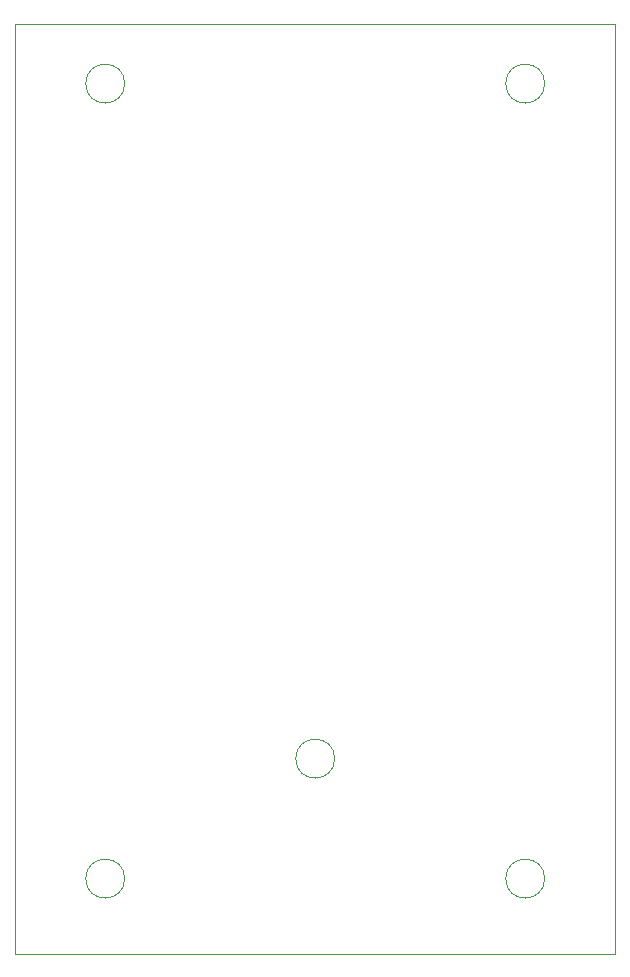
<source format=gbr>
G04 #@! TF.GenerationSoftware,KiCad,Pcbnew,(5.1.0)-1*
G04 #@! TF.CreationDate,2021-10-08T02:53:16-05:00*
G04 #@! TF.ProjectId,nixie_legacy-digit,6e697869-655f-46c6-9567-6163792d6469,rev?*
G04 #@! TF.SameCoordinates,Original*
G04 #@! TF.FileFunction,Profile,NP*
%FSLAX46Y46*%
G04 Gerber Fmt 4.6, Leading zero omitted, Abs format (unit mm)*
G04 Created by KiCad (PCBNEW (5.1.0)-1) date 2021-10-08 02:53:16*
%MOMM*%
%LPD*%
G04 APERTURE LIST*
%ADD10C,0.050000*%
%ADD11C,0.025400*%
G04 APERTURE END LIST*
D10*
X121030000Y-90170000D02*
G75*
G03X121030000Y-90170000I-1650000J0D01*
G01*
X85470000Y-90170000D02*
G75*
G03X85470000Y-90170000I-1650000J0D01*
G01*
X103250000Y-147320000D02*
G75*
G03X103250000Y-147320000I-1650000J0D01*
G01*
X85470000Y-157480000D02*
G75*
G03X85470000Y-157480000I-1650000J0D01*
G01*
X121030000Y-157480000D02*
G75*
G03X121030000Y-157480000I-1650000J0D01*
G01*
D11*
X127000000Y-85090000D02*
X127000000Y-163830000D01*
X76200000Y-85090000D02*
X127000000Y-85090000D01*
X76200000Y-163830000D02*
X76200000Y-85090000D01*
X76200000Y-163830000D02*
X127000000Y-163830000D01*
M02*

</source>
